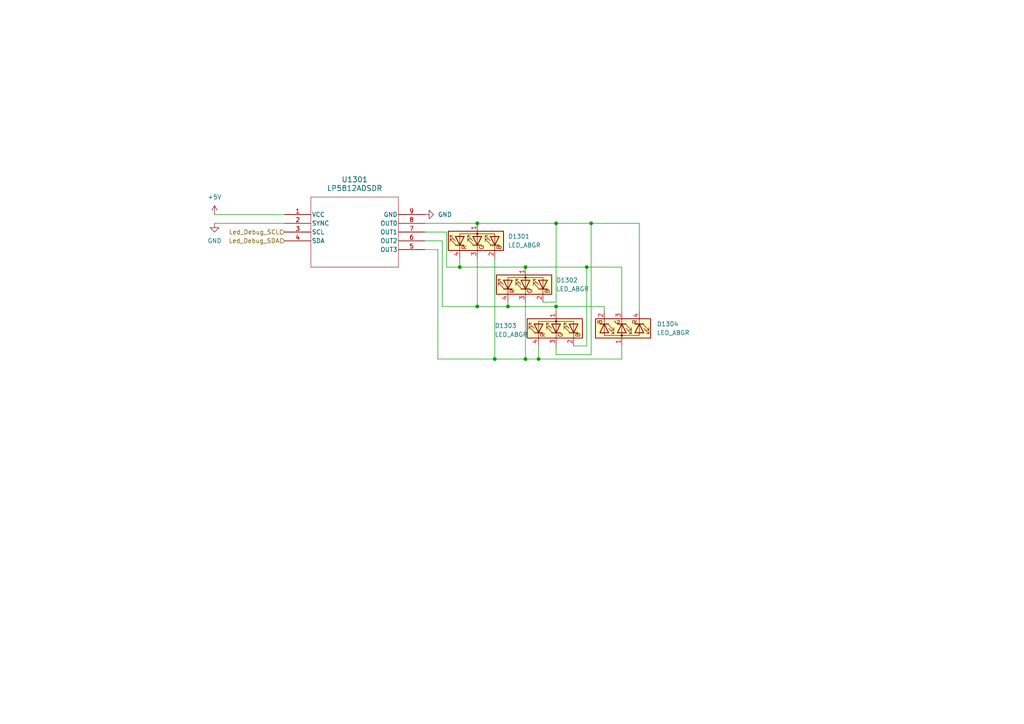
<source format=kicad_sch>
(kicad_sch (version 20231120) (generator "eeschema") (generator_version "8.0")
  (paper "A4")
  (lib_symbols
    (symbol "Device:LED_ABGR" (pin_names (offset 0) hide)
      (property "Reference" "D" (at 0 9.398 0))
      (property "Value" "LED_ABGR" (at 0 -8.89 0))
      (symbol "LED_ABGR_0_0"
        (text "B" (at -1.905 -6.35 0) (effects (font (size 1.27 1.27))))
        (text "G" (at -1.905 -1.27 0) (effects (font (size 1.27 1.27))))
        (text "R" (at -1.905 3.81 0) (effects (font (size 1.27 1.27))))
      )
      (symbol "LED_ABGR_0_1"
        (polyline (pts (xy -1.27 -5.08) (xy -2.54 -5.08)))
        (polyline (pts (xy -1.27 -5.08) (xy 1.27 -5.08)))
        (polyline (pts (xy -1.27 -3.81) (xy -1.27 -6.35)) (stroke (width 0.254)))
        (polyline (pts (xy -1.27 0) (xy -2.54 0)))
        (polyline (pts (xy -1.27 1.27) (xy -1.27 -1.27)) (stroke (width 0.254)))
        (polyline (pts (xy -1.27 5.08) (xy -2.54 5.08)))
        (polyline (pts (xy -1.27 5.08) (xy 1.27 5.08)))
        (polyline (pts (xy -1.27 6.35) (xy -1.27 3.81)) (stroke (width 0.254)))
        (polyline (pts (xy 1.27 0) (xy -1.27 0)))
        (polyline (pts (xy 1.27 0) (xy 2.54 0)))
        (polyline (pts (xy -1.27 1.27) (xy -1.27 -1.27) (xy -1.27 -1.27)))
        (polyline (pts (xy -1.27 6.35) (xy -1.27 3.81) (xy -1.27 3.81)))
        (polyline (pts (xy 1.27 -5.08) (xy 2.032 -5.08) (xy 2.032 5.08) (xy 1.27 5.08)))
        (polyline (pts (xy 1.27 -3.81) (xy 1.27 -6.35) (xy -1.27 -5.08) (xy 1.27 -3.81)) (stroke (width 0.254)))
        (polyline (pts (xy 1.27 1.27) (xy 1.27 -1.27) (xy -1.27 0) (xy 1.27 1.27)) (stroke (width 0.254)))
        (polyline (pts (xy 1.27 6.35) (xy 1.27 3.81) (xy -1.27 5.08) (xy 1.27 6.35)) (stroke (width 0.254)))
        (polyline (pts (xy -1.016 -3.81) (xy 0.508 -2.286) (xy -0.254 -2.286) (xy 0.508 -2.286) (xy 0.508 -3.048)))
        (polyline (pts (xy -1.016 1.27) (xy 0.508 2.794) (xy -0.254 2.794) (xy 0.508 2.794) (xy 0.508 2.032)))
        (polyline (pts (xy -1.016 6.35) (xy 0.508 7.874) (xy -0.254 7.874) (xy 0.508 7.874) (xy 0.508 7.112)))
        (polyline (pts (xy 0 -3.81) (xy 1.524 -2.286) (xy 0.762 -2.286) (xy 1.524 -2.286) (xy 1.524 -3.048)))
        (polyline (pts (xy 0 1.27) (xy 1.524 2.794) (xy 0.762 2.794) (xy 1.524 2.794) (xy 1.524 2.032)))
        (polyline (pts (xy 0 6.35) (xy 1.524 7.874) (xy 0.762 7.874) (xy 1.524 7.874) (xy 1.524 7.112)))
        (rectangle (start 1.27 -1.27) (end 1.27 1.27))
        (rectangle (start 1.27 1.27) (end 1.27 1.27))
        (rectangle (start 1.27 3.81) (end 1.27 6.35))
        (rectangle (start 1.27 6.35) (end 1.27 6.35))
        (circle (center 2.032 0) (radius 0.254) (fill (type outline)))
        (rectangle (start 2.794 8.382) (end -2.794 -7.62) (stroke (width 0.254)) (fill (type background)))
      )
      (symbol "LED_ABGR_1_1"
        (pin passive line (at 5.08 0 180) (length 2.54) (name "A") (number "1"))
        (pin passive line (at -5.08 -5.08 0) (length 2.54) (name "BK") (number "2"))
        (pin passive line (at -5.08 0 0) (length 2.54) (name "GK") (number "3"))
        (pin passive line (at -5.08 5.08 0) (length 2.54) (name "RK") (number "4"))
      )
    )
    (symbol "LP5812ADSDR:LP5812ADSDR" (pin_names (offset 0.254))
      (property "Reference" "U1301" (at 20.32 10.16 0))
      (property "Value" "LP5812ADSDR" (at 20.32 7.62 0))
      (symbol "LP5812ADSDR_0_1"
        (polyline (pts (xy 7.62 -15.24) (xy 33.02 -15.24)) (stroke (width 0.127)))
        (polyline (pts (xy 7.62 5.08) (xy 7.62 -15.24)) (stroke (width 0.127)))
        (polyline (pts (xy 33.02 -15.24) (xy 33.02 5.08)) (stroke (width 0.127)))
        (polyline (pts (xy 33.02 5.08) (xy 7.62 5.08)) (stroke (width 0.127)))
        (pin power_in line (at 0 0 0) (length 7.62) (name "VCC") (number "1"))
        (pin input line (at 0 -5.08 0) (length 7.62) (name "SCL") (number "3"))
        (pin bidirectional line (at 0 -7.62 0) (length 7.62) (name "SDA") (number "4"))
        (pin output line (at 40.64 -10.16 180) (length 7.62) (name "OUT3") (number "5"))
        (pin output line (at 40.64 -7.62 180) (length 7.62) (name "OUT2") (number "6"))
        (pin output line (at 40.64 -5.08 180) (length 7.62) (name "OUT1") (number "7"))
        (pin output line (at 40.64 -2.54 180) (length 7.62) (name "OUT0") (number "8"))
      )
      (symbol "LP5812ADSDR_1_1"
        (pin power_in line (at 0 -2.54 0) (length 7.62) (name "SYNC") (number "2"))
        (pin power_in line (at 40.64 0 180) (length 7.62) (name "GND") (number "9"))
      )
    )
    (symbol "power:+5V" (power) (pin_numbers hide) (pin_names (offset 0) hide)
      (property "Value" "+5V" (at 0 3.556 0))
      (symbol "+5V_0_1"
        (polyline (pts (xy -0.762 1.27) (xy 0 2.54)))
        (polyline (pts (xy 0 0) (xy 0 2.54)))
        (polyline (pts (xy 0 2.54) (xy 0.762 1.27)))
      )
      (symbol "+5V_1_1"
        (pin power_in line (at 0 0 90) (length 0) (name "~") (number "1"))
      )
    )
    (symbol "power:GND" (power) (pin_numbers hide) (pin_names (offset 0) hide)
      (property "Value" "GND" (at 0 -3.81 0))
      (symbol "GND_0_1"
        (polyline (pts (xy 0 0) (xy 0 -1.27) (xy 1.27 -1.27) (xy 0 -2.54) (xy -1.27 -1.27) (xy 0 -1.27)))
      )
      (symbol "GND_1_1"
        (pin power_in line (at 0 0 270) (length 0) (name "~") (number "1"))
      )
    )
  )
  (junction (at 161.29 88.9))
  (junction (at 170.18 77.47))
  (junction (at 156.21 104.14))
  (junction (at 138.43 64.77))
  (junction (at 143.51 104.14))
  (junction (at 133.35 77.47))
  (junction (at 152.4 104.14))
  (junction (at 138.43 88.9))
  (junction (at 171.45 64.77))
  (junction (at 147.32 88.9))
  (junction (at 161.29 64.77))
  (junction (at 152.4 77.47))
  (wire (pts (xy 156.21 104.14) (xy 180.34 104.14)))
  (wire (pts (xy 161.29 102.87) (xy 171.45 102.87)))
  (wire (pts (xy 161.29 64.77) (xy 138.43 64.77)))
  (wire (pts (xy 161.29 90.17) (xy 161.29 88.9)))
  (wire (pts (xy 127 72.39) (xy 127 104.14)))
  (wire (pts (xy 127 104.14) (xy 143.51 104.14)))
  (wire (pts (xy 123.19 69.85) (xy 128.27 69.85)))
  (wire (pts (xy 143.51 74.93) (xy 143.51 104.14)))
  (wire (pts (xy 156.21 100.33) (xy 156.21 104.14)))
  (wire (pts (xy 170.18 100.33) (xy 170.18 77.47)))
  (wire (pts (xy 166.37 100.33) (xy 170.18 100.33)))
  (wire (pts (xy 123.19 64.77) (xy 138.43 64.77)))
  (wire (pts (xy 170.18 77.47) (xy 180.34 77.47)))
  (wire (pts (xy 180.34 104.14) (xy 180.34 100.33)))
  (wire (pts (xy 152.4 104.14) (xy 156.21 104.14)))
  (wire (pts (xy 152.4 77.47) (xy 170.18 77.47)))
  (wire (pts (xy 133.35 77.47) (xy 152.4 77.47)))
  (wire (pts (xy 161.29 64.77) (xy 171.45 64.77)))
  (wire (pts (xy 152.4 87.63) (xy 152.4 104.14)))
  (wire (pts (xy 171.45 64.77) (xy 185.42 64.77)))
  (wire (pts (xy 185.42 90.17) (xy 185.42 64.77)))
  (wire (pts (xy 123.19 67.31) (xy 129.54 67.31)))
  (wire (pts (xy 127 72.39) (xy 123.19 72.39)))
  (wire (pts (xy 138.43 74.93) (xy 138.43 88.9)))
  (wire (pts (xy 157.48 87.63) (xy 161.29 87.63)))
  (wire (pts (xy 133.35 74.93) (xy 133.35 77.47)))
  (wire (pts (xy 147.32 87.63) (xy 147.32 88.9)))
  (wire (pts (xy 175.26 88.9) (xy 175.26 90.17)))
  (wire (pts (xy 129.54 67.31) (xy 129.54 77.47)))
  (wire (pts (xy 62.23 64.77) (xy 82.55 64.77)))
  (wire (pts (xy 128.27 69.85) (xy 128.27 88.9)))
  (wire (pts (xy 147.32 88.9) (xy 161.29 88.9)))
  (wire (pts (xy 62.23 62.23) (xy 82.55 62.23)))
  (wire (pts (xy 180.34 77.47) (xy 180.34 90.17)))
  (wire (pts (xy 161.29 87.63) (xy 161.29 64.77)))
  (wire (pts (xy 143.51 104.14) (xy 152.4 104.14)))
  (wire (pts (xy 171.45 102.87) (xy 171.45 64.77)))
  (wire (pts (xy 161.29 88.9) (xy 175.26 88.9)))
  (wire (pts (xy 138.43 88.9) (xy 147.32 88.9)))
  (wire (pts (xy 128.27 88.9) (xy 138.43 88.9)))
  (wire (pts (xy 129.54 77.47) (xy 133.35 77.47)))
  (wire (pts (xy 161.29 100.33) (xy 161.29 102.87)))
  (hierarchical_label "Led_Debug_SDA" (shape input) (at 82.55 69.85 180))
  (hierarchical_label "Led_Debug_SCL" (shape input) (at 82.55 67.31 180))
  (symbol (lib_id "power:+5V") (at 62.23 62.23 0) (unit 1)
    (property "Reference" "#PWR01301" (effects (hide yes)))
    (property "Value" "+5V" (at 62.23 57.15 0))
    (property "Description" "Power symbol creates a global label with name \"+5V\"" (effects (hide yes)))
  )
  (symbol (lib_id "power:GND") (at 62.23 64.77 0) (unit 1)
    (property "Reference" "#PWR01303" (effects (hide yes)))
    (property "Value" "GND" (at 62.23 69.85 0))
    (property "Description" "Power symbol creates a global label with name \"GND\" , ground" (effects (hide yes)))
  )
  (symbol (lib_id "Device:LED_ABGR") (at 152.4 82.55 90) (unit 1)
    (property "Reference" "D1302" (at 161.29 81.2799 90) (effects (justify right)))
    (property "Value" "LED_ABGR" (at 161.29 83.8199 90) (effects (justify right)))
    (property "Description" "RGB LED, anode/blue/green/red" (effects (hide yes)))
  )
  (symbol (lib_id "LP5812ADSDR:LP5812ADSDR") (at 82.55 62.23 0) (unit 1)
    (property "Reference" "U1301" (at 102.87 52.07 0) (effects (font (size 1.524 1.524))))
    (property "Value" "LP5812ADSDR" (at 102.87 54.61 0) (effects (font (size 1.524 1.524))))
    (property "Footprint" "LP5812:WSON8_DSD_TEX" (effects (hide yes)))
    (property "Datasheet" "LP5812ADSDR" (effects (hide yes)))
  )
  (symbol (lib_id "power:GND") (at 123.19 62.23 90) (unit 1)
    (property "Reference" "#PWR01302" (effects (hide yes)))
    (property "Value" "GND" (at 127 62.2299 90) (effects (justify right)))
    (property "Description" "Power symbol creates a global label with name \"GND\" , ground" (effects (hide yes)))
  )
  (symbol (lib_id "Device:LED_ABGR") (at 138.43 69.85 90) (unit 1)
    (property "Reference" "D1301" (at 147.32 68.5799 90) (effects (justify right)))
    (property "Value" "LED_ABGR" (at 147.32 71.1199 90) (effects (justify right)))
    (property "Description" "RGB LED, anode/blue/green/red" (effects (hide yes)))
  )
  (symbol (lib_id "Device:LED_ABGR") (at 180.34 95.25 270) (unit 1)
    (property "Reference" "D1304" (at 190.5 93.9799 90) (effects (justify left)))
    (property "Value" "LED_ABGR" (at 190.5 96.5199 90) (effects (justify left)))
    (property "Description" "RGB LED, anode/blue/green/red" (effects (hide yes)))
  )
  (symbol (lib_id "Device:LED_ABGR") (at 161.29 95.25 90) (unit 1)
    (property "Reference" "D1303" (at 143.51 94.488 90) (effects (justify right)))
    (property "Value" "LED_ABGR" (at 143.51 97.028 90) (effects (justify right)))
    (property "Description" "RGB LED, anode/blue/green/red" (effects (hide yes)))
  )
)
</source>
